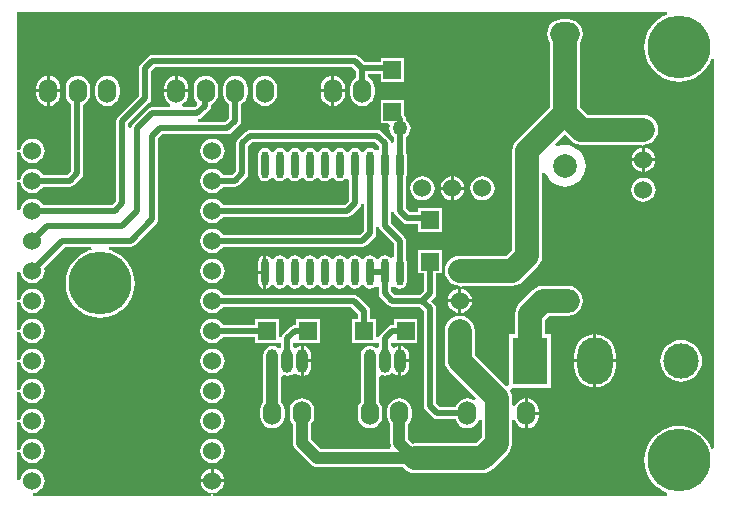
<source format=gbl>
G04 Layer_Physical_Order=2*
G04 Layer_Color=16711680*
%FSLAX25Y25*%
%MOIN*%
G70*
G01*
G75*
%ADD10C,0.03937*%
%ADD11C,0.01969*%
%ADD12C,0.11811*%
%ADD13O,0.11811X0.15748*%
%ADD14R,0.11811X0.15748*%
%ADD15C,0.06000*%
%ADD16C,0.07874*%
%ADD17O,0.09843X0.07874*%
%ADD18C,0.20945*%
%ADD19O,0.06000X0.08000*%
%ADD20O,0.03937X0.07874*%
%ADD21O,0.03937X0.07874*%
%ADD22C,0.05000*%
%ADD23R,0.05906X0.05906*%
%ADD24O,0.02362X0.09055*%
%ADD25R,0.05906X0.05906*%
%ADD26C,0.07874*%
G36*
X216594Y160417D02*
X215248Y159860D01*
X213708Y158916D01*
X212335Y157744D01*
X211162Y156370D01*
X210219Y154831D01*
X209528Y153162D01*
X209106Y151407D01*
X208964Y149606D01*
X209106Y147806D01*
X209528Y146050D01*
X210219Y144382D01*
X211162Y142842D01*
X212335Y141469D01*
X213708Y140296D01*
X215248Y139353D01*
X216916Y138662D01*
X218672Y138240D01*
X220472Y138098D01*
X222273Y138240D01*
X224029Y138662D01*
X225697Y139353D01*
X227237Y140296D01*
X228610Y141469D01*
X229783Y142842D01*
X230726Y144382D01*
X231283Y145728D01*
X232283Y145529D01*
Y15889D01*
X231283Y15690D01*
X230726Y17036D01*
X229783Y18575D01*
X228610Y19948D01*
X227237Y21121D01*
X225697Y22065D01*
X224029Y22756D01*
X222273Y23177D01*
X220472Y23319D01*
X218672Y23177D01*
X216916Y22756D01*
X215248Y22065D01*
X213708Y21121D01*
X212335Y19948D01*
X211162Y18575D01*
X210219Y17036D01*
X209528Y15367D01*
X209106Y13611D01*
X208964Y11811D01*
X209106Y10011D01*
X209528Y8255D01*
X210219Y6587D01*
X211162Y5047D01*
X212335Y3674D01*
X213708Y2501D01*
X215248Y1557D01*
X216594Y1000D01*
X216395Y0D01*
X65328D01*
X65262Y1000D01*
X66044Y1103D01*
X67017Y1506D01*
X67853Y2147D01*
X68494Y2983D01*
X68897Y3956D01*
X68969Y4500D01*
X65000D01*
X61031D01*
X61103Y3956D01*
X61506Y2983D01*
X62147Y2147D01*
X62983Y1506D01*
X63956Y1103D01*
X64738Y1000D01*
X64672Y0D01*
X5328D01*
X5262Y1000D01*
X6044Y1103D01*
X7017Y1506D01*
X7853Y2147D01*
X8494Y2983D01*
X8897Y3956D01*
X9035Y5000D01*
X8897Y6044D01*
X8494Y7017D01*
X7853Y7853D01*
X7017Y8494D01*
X6044Y8897D01*
X5000Y9035D01*
X3956Y8897D01*
X2983Y8494D01*
X2147Y7853D01*
X1506Y7017D01*
X1103Y6044D01*
X1000Y5262D01*
X0Y5328D01*
Y14672D01*
X1000Y14738D01*
X1103Y13956D01*
X1506Y12983D01*
X2147Y12147D01*
X2983Y11506D01*
X3956Y11103D01*
X5000Y10966D01*
X6044Y11103D01*
X7017Y11506D01*
X7853Y12147D01*
X8494Y12983D01*
X8897Y13956D01*
X9035Y15000D01*
X8897Y16044D01*
X8494Y17017D01*
X7853Y17853D01*
X7017Y18494D01*
X6044Y18897D01*
X5000Y19035D01*
X3956Y18897D01*
X2983Y18494D01*
X2147Y17853D01*
X1506Y17017D01*
X1103Y16044D01*
X1000Y15262D01*
X0Y15328D01*
Y24672D01*
X1000Y24738D01*
X1103Y23956D01*
X1506Y22983D01*
X2147Y22147D01*
X2983Y21506D01*
X3956Y21103D01*
X5000Y20966D01*
X6044Y21103D01*
X7017Y21506D01*
X7853Y22147D01*
X8494Y22983D01*
X8897Y23956D01*
X9035Y25000D01*
X8897Y26044D01*
X8494Y27017D01*
X7853Y27853D01*
X7017Y28494D01*
X6044Y28897D01*
X5000Y29035D01*
X3956Y28897D01*
X2983Y28494D01*
X2147Y27853D01*
X1506Y27017D01*
X1103Y26044D01*
X1000Y25262D01*
X0Y25328D01*
Y34672D01*
X1000Y34738D01*
X1103Y33956D01*
X1506Y32983D01*
X2147Y32147D01*
X2983Y31506D01*
X3956Y31103D01*
X5000Y30966D01*
X6044Y31103D01*
X7017Y31506D01*
X7853Y32147D01*
X8494Y32983D01*
X8897Y33956D01*
X9035Y35000D01*
X8897Y36044D01*
X8494Y37017D01*
X7853Y37853D01*
X7017Y38494D01*
X6044Y38897D01*
X5000Y39035D01*
X3956Y38897D01*
X2983Y38494D01*
X2147Y37853D01*
X1506Y37017D01*
X1103Y36044D01*
X1000Y35262D01*
X0Y35328D01*
Y44672D01*
X1000Y44738D01*
X1103Y43956D01*
X1506Y42983D01*
X2147Y42147D01*
X2983Y41506D01*
X3956Y41103D01*
X5000Y40966D01*
X6044Y41103D01*
X7017Y41506D01*
X7853Y42147D01*
X8494Y42983D01*
X8897Y43956D01*
X9035Y45000D01*
X8897Y46044D01*
X8494Y47017D01*
X7853Y47853D01*
X7017Y48494D01*
X6044Y48897D01*
X5000Y49035D01*
X3956Y48897D01*
X2983Y48494D01*
X2147Y47853D01*
X1506Y47017D01*
X1103Y46044D01*
X1000Y45262D01*
X0Y45328D01*
Y54672D01*
X1000Y54738D01*
X1103Y53956D01*
X1506Y52983D01*
X2147Y52147D01*
X2983Y51506D01*
X3956Y51103D01*
X5000Y50965D01*
X6044Y51103D01*
X7017Y51506D01*
X7853Y52147D01*
X8494Y52983D01*
X8897Y53956D01*
X9035Y55000D01*
X8897Y56044D01*
X8494Y57017D01*
X7853Y57853D01*
X7017Y58494D01*
X6044Y58897D01*
X5000Y59035D01*
X3956Y58897D01*
X2983Y58494D01*
X2147Y57853D01*
X1506Y57017D01*
X1103Y56044D01*
X1000Y55262D01*
X0Y55328D01*
Y64672D01*
X1000Y64738D01*
X1103Y63956D01*
X1506Y62983D01*
X2147Y62147D01*
X2983Y61506D01*
X3956Y61103D01*
X5000Y60966D01*
X6044Y61103D01*
X7017Y61506D01*
X7853Y62147D01*
X8494Y62983D01*
X8897Y63956D01*
X9035Y65000D01*
X8897Y66044D01*
X8494Y67017D01*
X7853Y67853D01*
X7017Y68494D01*
X6044Y68897D01*
X5000Y69034D01*
X3956Y68897D01*
X2983Y68494D01*
X2147Y67853D01*
X1506Y67017D01*
X1103Y66044D01*
X1000Y65262D01*
X0Y65328D01*
Y74672D01*
X1000Y74738D01*
X1103Y73956D01*
X1506Y72983D01*
X2147Y72147D01*
X2983Y71506D01*
X3956Y71103D01*
X5000Y70965D01*
X6044Y71103D01*
X7017Y71506D01*
X7853Y72147D01*
X8494Y72983D01*
X8897Y73956D01*
X9035Y75000D01*
X8898Y76037D01*
X15838Y82977D01*
X24576D01*
X24695Y81977D01*
X24003Y81811D01*
X22335Y81120D01*
X20795Y80176D01*
X19422Y79004D01*
X18249Y77630D01*
X17305Y76091D01*
X16614Y74422D01*
X16193Y72666D01*
X16051Y70866D01*
X16193Y69066D01*
X16614Y67310D01*
X17305Y65642D01*
X18249Y64102D01*
X19422Y62729D01*
X20795Y61556D01*
X22335Y60612D01*
X24003Y59921D01*
X25759Y59500D01*
X27559Y59358D01*
X29359Y59500D01*
X31115Y59921D01*
X32784Y60612D01*
X34323Y61556D01*
X35696Y62729D01*
X36869Y64102D01*
X37813Y65642D01*
X38504Y67310D01*
X38925Y69066D01*
X39067Y70866D01*
X38925Y72666D01*
X38504Y74422D01*
X37813Y76091D01*
X36869Y77630D01*
X35696Y79004D01*
X34323Y80176D01*
X32784Y81120D01*
X31115Y81811D01*
X30424Y81977D01*
X30542Y82977D01*
X37756D01*
X38530Y83131D01*
X39186Y83569D01*
X46431Y90813D01*
X46869Y91470D01*
X47023Y92244D01*
Y119162D01*
X48338Y120477D01*
X70000D01*
X70774Y120631D01*
X71431Y121069D01*
X73931Y123569D01*
X74369Y124226D01*
X74523Y125000D01*
Y130443D01*
X74675Y130506D01*
X75510Y131147D01*
X76152Y131983D01*
X76555Y132956D01*
X76692Y134000D01*
Y136000D01*
X76555Y137044D01*
X76152Y138017D01*
X75510Y138853D01*
X74675Y139494D01*
X73702Y139897D01*
X72658Y140034D01*
X71613Y139897D01*
X70640Y139494D01*
X69805Y138853D01*
X69164Y138017D01*
X68760Y137044D01*
X68623Y136000D01*
Y134000D01*
X68760Y132956D01*
X69164Y131983D01*
X69805Y131147D01*
X70477Y130631D01*
Y125838D01*
X69162Y124523D01*
X60331D01*
X60233Y125523D01*
X60774Y125631D01*
X61431Y126069D01*
X63931Y128569D01*
X64369Y129226D01*
X64523Y130000D01*
Y130378D01*
X64832Y130506D01*
X65668Y131147D01*
X66309Y131983D01*
X66712Y132956D01*
X66849Y134000D01*
Y136000D01*
X66712Y137044D01*
X66309Y138017D01*
X65668Y138853D01*
X64832Y139494D01*
X63859Y139897D01*
X62815Y140034D01*
X61771Y139897D01*
X60798Y139494D01*
X59962Y138853D01*
X59321Y138017D01*
X58918Y137044D01*
X58780Y136000D01*
Y134000D01*
X58918Y132956D01*
X59321Y131983D01*
X59962Y131147D01*
X60013Y130374D01*
X59162Y129523D01*
X55230D01*
X55003Y130451D01*
X55012Y130523D01*
X55825Y131147D01*
X56466Y131983D01*
X56870Y132956D01*
X57007Y134000D01*
Y134500D01*
X52972D01*
X48938D01*
Y134000D01*
X49075Y132956D01*
X49478Y131983D01*
X50120Y131147D01*
X50933Y130523D01*
X50942Y130451D01*
X50715Y129523D01*
X45000D01*
X44226Y129369D01*
X43569Y128931D01*
X38569Y123931D01*
X38131Y123274D01*
X38023Y122732D01*
X37023Y122831D01*
Y124162D01*
X43931Y131069D01*
X44369Y131726D01*
X44523Y132500D01*
Y141662D01*
X45838Y142977D01*
X111662D01*
X112977Y141662D01*
Y139489D01*
X112147Y138853D01*
X111506Y138017D01*
X111103Y137044D01*
X110966Y136000D01*
Y134000D01*
X111103Y132956D01*
X111506Y131983D01*
X112147Y131147D01*
X112983Y130506D01*
X113956Y130103D01*
X115000Y129965D01*
X116044Y130103D01*
X117017Y130506D01*
X117853Y131147D01*
X118494Y131983D01*
X118897Y132956D01*
X119035Y134000D01*
Y136000D01*
X118897Y137044D01*
X118494Y138017D01*
X117853Y138853D01*
X117023Y139489D01*
Y140477D01*
X121047D01*
Y137937D01*
X128953D01*
Y145843D01*
X121047D01*
Y144523D01*
X115838D01*
X113931Y146431D01*
X113274Y146869D01*
X112500Y147023D01*
X45000D01*
X44226Y146869D01*
X43569Y146431D01*
X41069Y143931D01*
X40631Y143274D01*
X40477Y142500D01*
Y133338D01*
X33569Y126431D01*
X33131Y125774D01*
X32977Y125000D01*
Y98338D01*
X31662Y97023D01*
X8489D01*
X7853Y97853D01*
X7017Y98494D01*
X6044Y98897D01*
X5000Y99035D01*
X3956Y98897D01*
X2983Y98494D01*
X2147Y97853D01*
X1506Y97017D01*
X1103Y96044D01*
X1000Y95262D01*
X0Y95328D01*
Y104672D01*
X1000Y104738D01*
X1103Y103956D01*
X1506Y102983D01*
X2147Y102147D01*
X2983Y101506D01*
X3956Y101103D01*
X5000Y100965D01*
X6044Y101103D01*
X7017Y101506D01*
X7853Y102147D01*
X8489Y102977D01*
X17500D01*
X18274Y103131D01*
X18931Y103569D01*
X21431Y106069D01*
X21869Y106726D01*
X22023Y107500D01*
Y130443D01*
X22175Y130506D01*
X23010Y131147D01*
X23652Y131983D01*
X24055Y132956D01*
X24192Y134000D01*
Y136000D01*
X24055Y137044D01*
X23652Y138017D01*
X23010Y138853D01*
X22175Y139494D01*
X21202Y139897D01*
X20157Y140034D01*
X19113Y139897D01*
X18140Y139494D01*
X17305Y138853D01*
X16664Y138017D01*
X16260Y137044D01*
X16123Y136000D01*
Y134000D01*
X16260Y132956D01*
X16664Y131983D01*
X17305Y131147D01*
X17977Y130631D01*
Y108338D01*
X16662Y107023D01*
X8489D01*
X7853Y107853D01*
X7017Y108494D01*
X6044Y108897D01*
X5000Y109035D01*
X3956Y108897D01*
X2983Y108494D01*
X2147Y107853D01*
X1506Y107017D01*
X1103Y106044D01*
X1000Y105262D01*
X0Y105328D01*
Y114672D01*
X1000Y114738D01*
X1103Y113956D01*
X1506Y112983D01*
X2147Y112147D01*
X2983Y111506D01*
X3956Y111103D01*
X5000Y110966D01*
X6044Y111103D01*
X7017Y111506D01*
X7853Y112147D01*
X8494Y112983D01*
X8897Y113956D01*
X9035Y115000D01*
X8897Y116044D01*
X8494Y117017D01*
X7853Y117853D01*
X7017Y118494D01*
X6044Y118897D01*
X5000Y119035D01*
X3956Y118897D01*
X2983Y118494D01*
X2147Y117853D01*
X1506Y117017D01*
X1103Y116044D01*
X1000Y115262D01*
X0Y115328D01*
Y161417D01*
X216395D01*
X216594Y160417D01*
D02*
G37*
%LPC*%
G36*
X105657Y139969D02*
Y135500D01*
X109192D01*
Y136000D01*
X109055Y137044D01*
X108651Y138017D01*
X108010Y138853D01*
X107175Y139494D01*
X106202Y139897D01*
X105657Y139969D01*
D02*
G37*
G36*
X53472D02*
Y135500D01*
X57007D01*
Y136000D01*
X56870Y137044D01*
X56466Y138017D01*
X55825Y138853D01*
X54990Y139494D01*
X54017Y139897D01*
X53472Y139969D01*
D02*
G37*
G36*
X10815D02*
Y135500D01*
X14349D01*
Y136000D01*
X14212Y137044D01*
X13809Y138017D01*
X13168Y138853D01*
X12332Y139494D01*
X11359Y139897D01*
X10815Y139969D01*
D02*
G37*
G36*
X104657D02*
X104113Y139897D01*
X103140Y139494D01*
X102305Y138853D01*
X101663Y138017D01*
X101260Y137044D01*
X101123Y136000D01*
Y135500D01*
X104657D01*
Y139969D01*
D02*
G37*
G36*
X52472D02*
X51928Y139897D01*
X50955Y139494D01*
X50120Y138853D01*
X49478Y138017D01*
X49075Y137044D01*
X48938Y136000D01*
Y135500D01*
X52472D01*
Y139969D01*
D02*
G37*
G36*
X9815D02*
X9271Y139897D01*
X8298Y139494D01*
X7462Y138853D01*
X6821Y138017D01*
X6418Y137044D01*
X6280Y136000D01*
Y135500D01*
X9815D01*
Y139969D01*
D02*
G37*
G36*
X109192Y134500D02*
X105657D01*
Y130031D01*
X106202Y130103D01*
X107175Y130506D01*
X108010Y131147D01*
X108651Y131983D01*
X109055Y132956D01*
X109192Y134000D01*
Y134500D01*
D02*
G37*
G36*
X14349D02*
X10815D01*
Y130031D01*
X11359Y130103D01*
X12332Y130506D01*
X13168Y131147D01*
X13809Y131983D01*
X14212Y132956D01*
X14349Y134000D01*
Y134500D01*
D02*
G37*
G36*
X104657D02*
X101123D01*
Y134000D01*
X101260Y132956D01*
X101663Y131983D01*
X102305Y131147D01*
X103140Y130506D01*
X104113Y130103D01*
X104657Y130031D01*
Y134500D01*
D02*
G37*
G36*
X9815D02*
X6280D01*
Y134000D01*
X6418Y132956D01*
X6821Y131983D01*
X7462Y131147D01*
X8298Y130506D01*
X9271Y130103D01*
X9815Y130031D01*
Y134500D01*
D02*
G37*
G36*
X82500Y140034D02*
X81456Y139897D01*
X80483Y139494D01*
X79647Y138853D01*
X79006Y138017D01*
X78603Y137044D01*
X78465Y136000D01*
Y134000D01*
X78603Y132956D01*
X79006Y131983D01*
X79647Y131147D01*
X80483Y130506D01*
X81456Y130103D01*
X82500Y129965D01*
X83544Y130103D01*
X84517Y130506D01*
X85353Y131147D01*
X85994Y131983D01*
X86397Y132956D01*
X86535Y134000D01*
Y136000D01*
X86397Y137044D01*
X85994Y138017D01*
X85353Y138853D01*
X84517Y139494D01*
X83544Y139897D01*
X82500Y140034D01*
D02*
G37*
G36*
X30000D02*
X28956Y139897D01*
X27983Y139494D01*
X27147Y138853D01*
X26506Y138017D01*
X26103Y137044D01*
X25965Y136000D01*
Y134000D01*
X26103Y132956D01*
X26506Y131983D01*
X27147Y131147D01*
X27983Y130506D01*
X28956Y130103D01*
X30000Y129965D01*
X31044Y130103D01*
X32017Y130506D01*
X32853Y131147D01*
X33494Y131983D01*
X33897Y132956D01*
X34034Y134000D01*
Y136000D01*
X33897Y137044D01*
X33494Y138017D01*
X32853Y138853D01*
X32017Y139494D01*
X31044Y139897D01*
X30000Y140034D01*
D02*
G37*
G36*
X128953Y132063D02*
X121047D01*
Y124158D01*
X123453D01*
X124056Y123158D01*
X123970Y122500D01*
X124090Y121586D01*
X124443Y120735D01*
X125004Y120004D01*
X125477Y119641D01*
Y117831D01*
X124477Y117733D01*
X124369Y118274D01*
X123931Y118931D01*
X121431Y121431D01*
X120774Y121869D01*
X120000Y122023D01*
X77500D01*
X76726Y121869D01*
X76069Y121431D01*
X73569Y118931D01*
X73131Y118274D01*
X72977Y117500D01*
Y108338D01*
X71662Y107023D01*
X68489D01*
X67853Y107853D01*
X67017Y108494D01*
X66044Y108897D01*
X65000Y109035D01*
X63956Y108897D01*
X62983Y108494D01*
X62147Y107853D01*
X61506Y107017D01*
X61103Y106044D01*
X60966Y105000D01*
X61103Y103956D01*
X61506Y102983D01*
X62147Y102147D01*
X62983Y101506D01*
X63956Y101103D01*
X65000Y100965D01*
X66044Y101103D01*
X67017Y101506D01*
X67853Y102147D01*
X68489Y102977D01*
X72500D01*
X73274Y103131D01*
X73931Y103569D01*
X76431Y106069D01*
X76869Y106726D01*
X77023Y107500D01*
Y116662D01*
X78338Y117977D01*
X119162D01*
X120477Y116662D01*
Y115480D01*
X120290Y115299D01*
X119124Y115256D01*
X119072Y115332D01*
X118351Y115814D01*
X117500Y115984D01*
X116649Y115814D01*
X115928Y115332D01*
X115545Y114759D01*
X115000Y114678D01*
X114455Y114759D01*
X114073Y115332D01*
X113351Y115814D01*
X112500Y115984D01*
X111649Y115814D01*
X110927Y115332D01*
X110545Y114759D01*
X110000Y114678D01*
X109455Y114759D01*
X109072Y115332D01*
X108351Y115814D01*
X107500Y115984D01*
X106649Y115814D01*
X105928Y115332D01*
X105545Y114759D01*
X105000Y114678D01*
X104455Y114759D01*
X104072Y115332D01*
X103351Y115814D01*
X102500Y115984D01*
X101649Y115814D01*
X100927Y115332D01*
X100545Y114759D01*
X100000Y114678D01*
X99455Y114759D01*
X99072Y115332D01*
X98351Y115814D01*
X97500Y115984D01*
X96649Y115814D01*
X95928Y115332D01*
X95545Y114759D01*
X95000Y114678D01*
X94455Y114759D01*
X94073Y115332D01*
X93351Y115814D01*
X92500Y115984D01*
X91649Y115814D01*
X90927Y115332D01*
X90545Y114759D01*
X90000Y114678D01*
X89455Y114759D01*
X89073Y115332D01*
X88351Y115814D01*
X87500Y115984D01*
X86649Y115814D01*
X85927Y115332D01*
X85545Y114759D01*
X85000Y114678D01*
X84455Y114759D01*
X84073Y115332D01*
X83351Y115814D01*
X82500Y115984D01*
X81649Y115814D01*
X80927Y115332D01*
X80445Y114611D01*
X80276Y113760D01*
Y107067D01*
X80445Y106216D01*
X80927Y105494D01*
X81649Y105012D01*
X82500Y104843D01*
X83351Y105012D01*
X84073Y105494D01*
X84455Y106068D01*
X85000Y106149D01*
X85545Y106068D01*
X85927Y105494D01*
X86649Y105012D01*
X87500Y104843D01*
X88351Y105012D01*
X89073Y105494D01*
X89455Y106068D01*
X90000Y106149D01*
X90545Y106068D01*
X90927Y105494D01*
X91649Y105012D01*
X92500Y104843D01*
X93351Y105012D01*
X94073Y105494D01*
X94455Y106068D01*
X95000Y106149D01*
X95545Y106068D01*
X95928Y105494D01*
X96649Y105012D01*
X97500Y104843D01*
X98351Y105012D01*
X99072Y105494D01*
X99455Y106068D01*
X100000Y106149D01*
X100545Y106068D01*
X100927Y105494D01*
X101649Y105012D01*
X102500Y104843D01*
X103351Y105012D01*
X104072Y105494D01*
X104455Y106068D01*
X105000Y106149D01*
X105545Y106068D01*
X105928Y105494D01*
X106649Y105012D01*
X107500Y104843D01*
X108351Y105012D01*
X109072Y105494D01*
X109124Y105571D01*
X110290Y105528D01*
X110477Y105347D01*
Y98338D01*
X109162Y97023D01*
X68489D01*
X67853Y97853D01*
X67017Y98494D01*
X66044Y98897D01*
X65000Y99035D01*
X63956Y98897D01*
X62983Y98494D01*
X62147Y97853D01*
X61506Y97017D01*
X61103Y96044D01*
X60966Y95000D01*
X61103Y93956D01*
X61506Y92983D01*
X62147Y92147D01*
X62983Y91506D01*
X63956Y91103D01*
X65000Y90965D01*
X66044Y91103D01*
X67017Y91506D01*
X67853Y92147D01*
X68489Y92977D01*
X110000D01*
X110774Y93131D01*
X111431Y93569D01*
X113931Y96069D01*
X114369Y96726D01*
X114477Y97268D01*
X115477Y97169D01*
Y88338D01*
X114162Y87023D01*
X68489D01*
X67853Y87853D01*
X67017Y88494D01*
X66044Y88897D01*
X65000Y89034D01*
X63956Y88897D01*
X62983Y88494D01*
X62147Y87853D01*
X61506Y87017D01*
X61103Y86044D01*
X60966Y85000D01*
X61103Y83956D01*
X61506Y82983D01*
X62147Y82147D01*
X62983Y81506D01*
X63956Y81103D01*
X65000Y80966D01*
X66044Y81103D01*
X67017Y81506D01*
X67853Y82147D01*
X68489Y82977D01*
X115000D01*
X115774Y83131D01*
X116431Y83569D01*
X118931Y86069D01*
X119369Y86726D01*
X119523Y87500D01*
Y89669D01*
X120523Y89767D01*
X120631Y89226D01*
X121069Y88569D01*
X125477Y84162D01*
Y79653D01*
X125290Y79472D01*
X124124Y79429D01*
X124073Y79506D01*
X123351Y79988D01*
X122500Y80157D01*
X121649Y79988D01*
X120928Y79506D01*
X120545Y78932D01*
X120000Y78851D01*
X119455Y78932D01*
X119072Y79506D01*
X118351Y79988D01*
X117500Y80157D01*
X116649Y79988D01*
X115928Y79506D01*
X115545Y78932D01*
X115000Y78851D01*
X114455Y78932D01*
X114073Y79506D01*
X113351Y79988D01*
X112500Y80157D01*
X111649Y79988D01*
X110927Y79506D01*
X110545Y78932D01*
X110000Y78851D01*
X109455Y78932D01*
X109072Y79506D01*
X108351Y79988D01*
X107500Y80157D01*
X106649Y79988D01*
X105928Y79506D01*
X105545Y78932D01*
X105000Y78851D01*
X104455Y78932D01*
X104072Y79506D01*
X103351Y79988D01*
X102500Y80157D01*
X101649Y79988D01*
X100927Y79506D01*
X100545Y78932D01*
X100000Y78851D01*
X99455Y78932D01*
X99072Y79506D01*
X98351Y79988D01*
X97500Y80157D01*
X96649Y79988D01*
X95928Y79506D01*
X95545Y78932D01*
X95000Y78851D01*
X94455Y78932D01*
X94073Y79506D01*
X93351Y79988D01*
X92500Y80157D01*
X91649Y79988D01*
X90927Y79506D01*
X90545Y78932D01*
X90000Y78851D01*
X89455Y78932D01*
X89073Y79506D01*
X88351Y79988D01*
X87500Y80157D01*
X86649Y79988D01*
X85927Y79506D01*
X85545Y78932D01*
X85000Y78851D01*
X84455Y78932D01*
X84073Y79506D01*
X83351Y79988D01*
X83000Y80057D01*
Y74587D01*
Y69116D01*
X83351Y69186D01*
X84073Y69668D01*
X84455Y70241D01*
X85000Y70322D01*
X85545Y70241D01*
X85927Y69668D01*
X86649Y69186D01*
X87500Y69016D01*
X88351Y69186D01*
X89073Y69668D01*
X89455Y70241D01*
X90000Y70322D01*
X90545Y70241D01*
X90927Y69668D01*
X91649Y69186D01*
X92500Y69016D01*
X93351Y69186D01*
X94073Y69668D01*
X94455Y70241D01*
X95000Y70322D01*
X95545Y70241D01*
X95928Y69668D01*
X96649Y69186D01*
X97500Y69016D01*
X98351Y69186D01*
X99072Y69668D01*
X99455Y70241D01*
X100000Y70322D01*
X100545Y70241D01*
X100927Y69668D01*
X101649Y69186D01*
X102500Y69016D01*
X103351Y69186D01*
X104072Y69668D01*
X104455Y70241D01*
X105000Y70322D01*
X105545Y70241D01*
X105928Y69668D01*
X106649Y69186D01*
X107500Y69016D01*
X108351Y69186D01*
X109072Y69668D01*
X109455Y70241D01*
X110000Y70322D01*
X110545Y70241D01*
X110927Y69668D01*
X111649Y69186D01*
X112500Y69016D01*
X113351Y69186D01*
X114073Y69668D01*
X114455Y70241D01*
X115000Y70322D01*
X115545Y70241D01*
X115928Y69668D01*
X116649Y69186D01*
X117500Y69016D01*
X118351Y69186D01*
X119072Y69668D01*
X119124Y69744D01*
X120290Y69701D01*
X120477Y69520D01*
Y67500D01*
X120631Y66726D01*
X121069Y66069D01*
X123569Y63569D01*
X124226Y63131D01*
X125000Y62977D01*
X134162D01*
X135477Y61662D01*
Y30000D01*
X135631Y29226D01*
X136069Y28569D01*
X138569Y26069D01*
X139226Y25631D01*
X140000Y25477D01*
X146100D01*
X146103Y25456D01*
X146506Y24483D01*
X147147Y23647D01*
X147983Y23006D01*
X148956Y22603D01*
X150000Y22466D01*
X151044Y22603D01*
X152017Y23006D01*
X152853Y23647D01*
X153494Y24483D01*
X153897Y25456D01*
X154863Y25281D01*
Y19405D01*
X152937Y17480D01*
X132500D01*
X131841Y17393D01*
X130337Y18898D01*
Y23831D01*
X130836Y24483D01*
X131240Y25456D01*
X131377Y26500D01*
Y28500D01*
X131240Y29544D01*
X130836Y30517D01*
X130195Y31353D01*
X129360Y31994D01*
X128387Y32397D01*
X127342Y32535D01*
X126298Y32397D01*
X125325Y31994D01*
X124490Y31353D01*
X123848Y30517D01*
X123445Y29544D01*
X123308Y28500D01*
Y26500D01*
X123445Y25456D01*
X123848Y24483D01*
X124348Y23831D01*
Y17658D01*
X124450Y16883D01*
X124611Y16494D01*
X124197Y15669D01*
X124000Y15494D01*
X101240D01*
X97837Y18898D01*
Y23831D01*
X98336Y24483D01*
X98740Y25456D01*
X98877Y26500D01*
Y28500D01*
X98740Y29544D01*
X98336Y30517D01*
X97695Y31353D01*
X96860Y31994D01*
X95887Y32397D01*
X94842Y32535D01*
X93798Y32397D01*
X92825Y31994D01*
X91990Y31353D01*
X91348Y30517D01*
X90946Y29544D01*
X90808Y28500D01*
Y26500D01*
X90946Y25456D01*
X91348Y24483D01*
X91848Y23831D01*
Y17658D01*
X91950Y16883D01*
X92250Y16160D01*
X92725Y15540D01*
X97883Y10383D01*
X98503Y9907D01*
X99225Y9608D01*
X100000Y9506D01*
X128575D01*
X128979Y8979D01*
X130010Y8187D01*
X131211Y7690D01*
X132500Y7520D01*
X155000D01*
X155000Y7520D01*
X156289Y7690D01*
X157490Y8187D01*
X158521Y8979D01*
X163364Y13821D01*
X163364Y13821D01*
X164155Y14853D01*
X164652Y16054D01*
X164822Y17343D01*
X164822Y17343D01*
Y25281D01*
X165788Y25456D01*
X166191Y24483D01*
X166832Y23647D01*
X167668Y23006D01*
X168641Y22603D01*
X169185Y22531D01*
Y27500D01*
Y32469D01*
X168641Y32397D01*
X167668Y31994D01*
X166832Y31353D01*
X166191Y30517D01*
X165980Y30007D01*
X164980Y30206D01*
Y32500D01*
X164980Y32500D01*
X164810Y33789D01*
X164313Y34990D01*
X164208Y35126D01*
X164701Y36126D01*
X177752D01*
Y53874D01*
X175826D01*
Y58548D01*
X177299Y60020D01*
X183484D01*
X184773Y60190D01*
X185974Y60688D01*
X187005Y61479D01*
X187797Y62510D01*
X188294Y63711D01*
X188464Y65000D01*
X188294Y66289D01*
X187797Y67490D01*
X187005Y68521D01*
X185974Y69313D01*
X184773Y69810D01*
X183484Y69980D01*
X175236D01*
X175236Y69980D01*
X173947Y69810D01*
X172746Y69313D01*
X171715Y68521D01*
X171715Y68521D01*
X167325Y64131D01*
X166534Y63100D01*
X166036Y61899D01*
X165867Y60610D01*
X165867Y60610D01*
Y53874D01*
X163941D01*
Y37016D01*
X162941Y36601D01*
X152480Y47063D01*
Y55000D01*
X152310Y56289D01*
X151813Y57490D01*
X151021Y58521D01*
X149990Y59312D01*
X148789Y59810D01*
X147500Y59980D01*
X146211Y59810D01*
X145010Y59312D01*
X143979Y58521D01*
X143187Y57490D01*
X142690Y56289D01*
X142520Y55000D01*
Y45000D01*
X142520Y45000D01*
X142690Y43711D01*
X143187Y42510D01*
X143979Y41479D01*
X152817Y32641D01*
X152156Y31888D01*
X152017Y31994D01*
X151044Y32397D01*
X150000Y32535D01*
X148956Y32397D01*
X147983Y31994D01*
X147147Y31353D01*
X146506Y30517D01*
X146103Y29544D01*
X146100Y29523D01*
X140838D01*
X139523Y30838D01*
Y62500D01*
X139369Y63274D01*
X138931Y63931D01*
X137861Y65000D01*
X138931Y66069D01*
X139369Y66726D01*
X139523Y67500D01*
Y74158D01*
X141453D01*
Y82063D01*
X133547D01*
Y74158D01*
X135477D01*
Y68338D01*
X134162Y67023D01*
X125838D01*
X124523Y68338D01*
Y69520D01*
X124710Y69701D01*
X125876Y69744D01*
X125927Y69668D01*
X126649Y69186D01*
X127500Y69016D01*
X128351Y69186D01*
X129072Y69668D01*
X129554Y70389D01*
X129724Y71240D01*
Y77933D01*
X129554Y78784D01*
X129523Y78831D01*
Y85000D01*
X129369Y85774D01*
X128931Y86431D01*
X124523Y90838D01*
Y94669D01*
X125523Y94767D01*
X125631Y94226D01*
X126069Y93569D01*
X128569Y91069D01*
X129226Y90631D01*
X130000Y90477D01*
X133547D01*
Y87937D01*
X141453D01*
Y95842D01*
X133547D01*
Y94523D01*
X130838D01*
X129523Y95838D01*
Y106169D01*
X129554Y106216D01*
X129724Y107067D01*
Y113760D01*
X129554Y114611D01*
X129523Y114658D01*
Y119641D01*
X129996Y120004D01*
X130557Y120735D01*
X130910Y121586D01*
X131030Y122500D01*
X130910Y123414D01*
X130557Y124265D01*
X129996Y124996D01*
X129523Y125359D01*
Y125610D01*
X129369Y126384D01*
X128953Y127008D01*
Y132063D01*
D02*
G37*
G36*
X183484Y158956D02*
X181516D01*
X180227Y158786D01*
X179026Y158289D01*
X177995Y157498D01*
X177203Y156466D01*
X176706Y155265D01*
X176536Y153976D01*
X176706Y152688D01*
X177203Y151487D01*
X177520Y151073D01*
Y129563D01*
X166479Y118521D01*
X165688Y117490D01*
X165190Y116289D01*
X165020Y115000D01*
X165020Y115000D01*
Y82063D01*
X162937Y79980D01*
X147500D01*
X146211Y79810D01*
X145010Y79312D01*
X143979Y78521D01*
X143187Y77490D01*
X142690Y76289D01*
X142520Y75000D01*
X142690Y73711D01*
X143187Y72510D01*
X143979Y71479D01*
X145010Y70688D01*
X146211Y70190D01*
X147500Y70020D01*
X147509Y69950D01*
X147553Y69532D01*
X147640Y69520D01*
X147645Y69599D01*
X148382Y70020D01*
X165000D01*
X165000Y70020D01*
X166289Y70190D01*
X167490Y70688D01*
X168521Y71479D01*
X173521Y76479D01*
X173521Y76479D01*
X174312Y77510D01*
X174810Y78711D01*
X174980Y80000D01*
X174980Y80000D01*
Y107558D01*
X175980Y107706D01*
X176089Y107345D01*
X176731Y106145D01*
X177593Y105093D01*
X178645Y104230D01*
X179845Y103589D01*
X181146Y103194D01*
X182500Y103061D01*
X183854Y103194D01*
X185155Y103589D01*
X186355Y104230D01*
X187407Y105093D01*
X188269Y106145D01*
X188911Y107345D01*
X189306Y108646D01*
X189439Y110000D01*
X189306Y111354D01*
X188911Y112655D01*
X188269Y113855D01*
X187407Y114907D01*
X186355Y115770D01*
X185155Y116411D01*
X183854Y116806D01*
X182500Y116939D01*
X181146Y116806D01*
X179845Y116411D01*
X179291Y117249D01*
X182500Y120458D01*
X184432Y118526D01*
X184432Y118526D01*
X185463Y117735D01*
X186664Y117237D01*
X187953Y117068D01*
X187953Y117068D01*
X207779D01*
X208516Y116646D01*
X208521Y116568D01*
X208609Y116579D01*
X208653Y116997D01*
X208661Y117068D01*
X209950Y117237D01*
X211151Y117735D01*
X212182Y118526D01*
X212974Y119557D01*
X213471Y120758D01*
X213641Y122047D01*
X213471Y123336D01*
X212974Y124537D01*
X212182Y125568D01*
X211151Y126360D01*
X209950Y126857D01*
X208661Y127027D01*
X190015D01*
X187480Y129563D01*
Y151073D01*
X187797Y151487D01*
X188294Y152688D01*
X188464Y153976D01*
X188294Y155265D01*
X187797Y156466D01*
X187005Y157498D01*
X185974Y158289D01*
X184773Y158786D01*
X183484Y158956D01*
D02*
G37*
G36*
X209161Y116016D02*
Y112547D01*
X212630D01*
X212559Y113092D01*
X212155Y114065D01*
X211514Y114900D01*
X210679Y115541D01*
X209706Y115944D01*
X209161Y116016D01*
D02*
G37*
G36*
X208161Y116240D02*
X207829Y115972D01*
X207617Y115944D01*
X206644Y115541D01*
X205809Y114900D01*
X205167Y114065D01*
X204764Y113092D01*
X204693Y112547D01*
X208161D01*
Y116240D01*
D02*
G37*
G36*
X65000Y119035D02*
X63956Y118897D01*
X62983Y118494D01*
X62147Y117853D01*
X61506Y117017D01*
X61103Y116044D01*
X60966Y115000D01*
X61103Y113956D01*
X61506Y112983D01*
X62147Y112147D01*
X62983Y111506D01*
X63956Y111103D01*
X65000Y110966D01*
X66044Y111103D01*
X67017Y111506D01*
X67853Y112147D01*
X68494Y112983D01*
X68897Y113956D01*
X69034Y115000D01*
X68897Y116044D01*
X68494Y117017D01*
X67853Y117853D01*
X67017Y118494D01*
X66044Y118897D01*
X65000Y119035D01*
D02*
G37*
G36*
X212630Y111547D02*
X209161D01*
Y108079D01*
X209706Y108150D01*
X210679Y108553D01*
X211514Y109194D01*
X212155Y110030D01*
X212559Y111003D01*
X212630Y111547D01*
D02*
G37*
G36*
X208161D02*
X204693D01*
X204764Y111003D01*
X205167Y110030D01*
X205809Y109194D01*
X206644Y108553D01*
X207617Y108150D01*
X208161Y108079D01*
Y111547D01*
D02*
G37*
G36*
X145500Y106469D02*
Y103000D01*
X148969D01*
X148897Y103544D01*
X148494Y104517D01*
X147853Y105353D01*
X147017Y105994D01*
X146044Y106397D01*
X145500Y106469D01*
D02*
G37*
G36*
X144500D02*
X143956Y106397D01*
X142983Y105994D01*
X142147Y105353D01*
X141506Y104517D01*
X141103Y103544D01*
X141031Y103000D01*
X144500D01*
Y106469D01*
D02*
G37*
G36*
X148969Y102000D02*
X145500D01*
Y98531D01*
X146044Y98603D01*
X147017Y99006D01*
X147853Y99647D01*
X148494Y100483D01*
X148897Y101456D01*
X148969Y102000D01*
D02*
G37*
G36*
X144500D02*
X141031D01*
X141103Y101456D01*
X141506Y100483D01*
X142147Y99647D01*
X142983Y99006D01*
X143956Y98603D01*
X144500Y98531D01*
Y102000D01*
D02*
G37*
G36*
X155000Y106535D02*
X153956Y106397D01*
X152983Y105994D01*
X152147Y105353D01*
X151506Y104517D01*
X151103Y103544D01*
X150965Y102500D01*
X151103Y101456D01*
X151506Y100483D01*
X152147Y99647D01*
X152983Y99006D01*
X153956Y98603D01*
X155000Y98466D01*
X156044Y98603D01*
X157017Y99006D01*
X157853Y99647D01*
X158494Y100483D01*
X158897Y101456D01*
X159035Y102500D01*
X158897Y103544D01*
X158494Y104517D01*
X157853Y105353D01*
X157017Y105994D01*
X156044Y106397D01*
X155000Y106535D01*
D02*
G37*
G36*
X135000D02*
X133956Y106397D01*
X132983Y105994D01*
X132147Y105353D01*
X131506Y104517D01*
X131103Y103544D01*
X130965Y102500D01*
X131103Y101456D01*
X131506Y100483D01*
X132147Y99647D01*
X132983Y99006D01*
X133956Y98603D01*
X135000Y98466D01*
X136044Y98603D01*
X137017Y99006D01*
X137853Y99647D01*
X138494Y100483D01*
X138897Y101456D01*
X139034Y102500D01*
X138897Y103544D01*
X138494Y104517D01*
X137853Y105353D01*
X137017Y105994D01*
X136044Y106397D01*
X135000Y106535D01*
D02*
G37*
G36*
X208661Y106082D02*
X207617Y105944D01*
X206644Y105541D01*
X205809Y104900D01*
X205167Y104065D01*
X204764Y103092D01*
X204627Y102047D01*
X204764Y101003D01*
X205167Y100030D01*
X205809Y99194D01*
X206644Y98553D01*
X207617Y98150D01*
X208661Y98013D01*
X209706Y98150D01*
X210679Y98553D01*
X211514Y99194D01*
X212155Y100030D01*
X212559Y101003D01*
X212696Y102047D01*
X212559Y103092D01*
X212155Y104065D01*
X211514Y104900D01*
X210679Y105541D01*
X209706Y105944D01*
X208661Y106082D01*
D02*
G37*
G36*
X82000Y80057D02*
X81649Y79988D01*
X80927Y79506D01*
X80445Y78784D01*
X80276Y77933D01*
Y75087D01*
X82000D01*
Y80057D01*
D02*
G37*
G36*
X65000Y79035D02*
X63956Y78897D01*
X62983Y78494D01*
X62147Y77853D01*
X61506Y77017D01*
X61103Y76044D01*
X60966Y75000D01*
X61103Y73956D01*
X61506Y72983D01*
X62147Y72147D01*
X62983Y71506D01*
X63956Y71103D01*
X65000Y70965D01*
X66044Y71103D01*
X67017Y71506D01*
X67853Y72147D01*
X68494Y72983D01*
X68897Y73956D01*
X69034Y75000D01*
X68897Y76044D01*
X68494Y77017D01*
X67853Y77853D01*
X67017Y78494D01*
X66044Y78897D01*
X65000Y79035D01*
D02*
G37*
G36*
X82000Y74087D02*
X80276D01*
Y71240D01*
X80445Y70389D01*
X80927Y69668D01*
X81649Y69186D01*
X82000Y69116D01*
Y74087D01*
D02*
G37*
G36*
X148000Y69192D02*
Y65500D01*
X151469D01*
X151397Y66044D01*
X150994Y67017D01*
X150353Y67853D01*
X149517Y68494D01*
X148544Y68897D01*
X148333Y68925D01*
X148000Y69192D01*
D02*
G37*
G36*
X147000Y68969D02*
X146456Y68897D01*
X145483Y68494D01*
X144647Y67853D01*
X144006Y67017D01*
X143603Y66044D01*
X143531Y65500D01*
X147000D01*
Y68969D01*
D02*
G37*
G36*
X151469Y64500D02*
X148000D01*
Y61031D01*
X148544Y61103D01*
X149517Y61506D01*
X150353Y62147D01*
X150994Y62983D01*
X151397Y63956D01*
X151469Y64500D01*
D02*
G37*
G36*
X147000D02*
X143531D01*
X143603Y63956D01*
X144006Y62983D01*
X144647Y62147D01*
X145483Y61506D01*
X146456Y61103D01*
X147000Y61031D01*
Y64500D01*
D02*
G37*
G36*
X65000Y69034D02*
X63956Y68897D01*
X62983Y68494D01*
X62147Y67853D01*
X61506Y67017D01*
X61103Y66044D01*
X60966Y65000D01*
X61103Y63956D01*
X61506Y62983D01*
X62147Y62147D01*
X62983Y61506D01*
X63956Y61103D01*
X65000Y60966D01*
X66044Y61103D01*
X67017Y61506D01*
X67853Y62147D01*
X68489Y62977D01*
X111327D01*
X113587Y60717D01*
Y58953D01*
X111658D01*
Y51047D01*
X119477D01*
X119563Y51047D01*
X120477Y50839D01*
Y49608D01*
X120018Y49329D01*
X119477Y49193D01*
X118997Y49562D01*
X118275Y49861D01*
X117500Y49963D01*
X116725Y49861D01*
X116003Y49562D01*
X115383Y49086D01*
X114907Y48466D01*
X114608Y47743D01*
X114506Y46968D01*
Y43031D01*
Y31169D01*
X114006Y30517D01*
X113603Y29544D01*
X113465Y28500D01*
Y26500D01*
X113603Y25456D01*
X114006Y24483D01*
X114647Y23647D01*
X115483Y23006D01*
X116456Y22603D01*
X117500Y22466D01*
X118544Y22603D01*
X119517Y23006D01*
X120353Y23647D01*
X120994Y24483D01*
X121397Y25456D01*
X121535Y26500D01*
Y28500D01*
X121397Y29544D01*
X120994Y30517D01*
X120494Y31169D01*
Y39641D01*
X121494Y40235D01*
X121725Y40139D01*
X122500Y40037D01*
X123275Y40139D01*
X123997Y40439D01*
X124617Y40914D01*
X125694Y40675D01*
X126003Y40439D01*
X126725Y40139D01*
X127000Y40103D01*
Y45000D01*
Y49897D01*
X126725Y49861D01*
X126003Y49562D01*
X125694Y49325D01*
X125377Y49254D01*
X124523Y49809D01*
Y50839D01*
X125437Y51047D01*
Y51047D01*
X133343D01*
Y58953D01*
X125437D01*
Y57023D01*
X125000D01*
X124226Y56869D01*
X123569Y56431D01*
X121069Y53931D01*
X120631Y53274D01*
X120563Y52933D01*
X119563Y53031D01*
Y58953D01*
X117633D01*
Y61555D01*
X117479Y62329D01*
X117041Y62986D01*
X113596Y66431D01*
X112940Y66869D01*
X112165Y67023D01*
X68489D01*
X67853Y67853D01*
X67017Y68494D01*
X66044Y68897D01*
X65000Y69034D01*
D02*
G37*
G36*
Y59035D02*
X63956Y58897D01*
X62983Y58494D01*
X62147Y57853D01*
X61506Y57017D01*
X61103Y56044D01*
X60966Y55000D01*
X61103Y53956D01*
X61506Y52983D01*
X62147Y52147D01*
X62983Y51506D01*
X63956Y51103D01*
X65000Y50965D01*
X66044Y51103D01*
X67017Y51506D01*
X67853Y52147D01*
X68489Y52977D01*
X79158D01*
Y51047D01*
X86977D01*
X87063Y51047D01*
X87977Y50839D01*
Y49608D01*
X87518Y49329D01*
X86977Y49193D01*
X86497Y49562D01*
X85775Y49861D01*
X85000Y49963D01*
X84225Y49861D01*
X83503Y49562D01*
X82883Y49086D01*
X82407Y48466D01*
X82108Y47743D01*
X82006Y46968D01*
Y43031D01*
Y31169D01*
X81506Y30517D01*
X81103Y29544D01*
X80966Y28500D01*
Y26500D01*
X81103Y25456D01*
X81506Y24483D01*
X82147Y23647D01*
X82983Y23006D01*
X83956Y22603D01*
X85000Y22466D01*
X86044Y22603D01*
X87017Y23006D01*
X87853Y23647D01*
X88494Y24483D01*
X88897Y25456D01*
X89034Y26500D01*
Y28500D01*
X88897Y29544D01*
X88494Y30517D01*
X87994Y31169D01*
Y39641D01*
X88994Y40235D01*
X89225Y40139D01*
X90000Y40037D01*
X90775Y40139D01*
X91497Y40439D01*
X91806Y40675D01*
X92883Y40914D01*
X93503Y40439D01*
X94225Y40139D01*
X94500Y40103D01*
Y45000D01*
Y49897D01*
X94225Y49861D01*
X93503Y49562D01*
X93023Y49193D01*
X92482Y49329D01*
X92023Y49608D01*
Y50839D01*
X92937Y51047D01*
Y51047D01*
X100842D01*
Y58953D01*
X92937D01*
Y57023D01*
X92500D01*
X91726Y56869D01*
X91069Y56431D01*
X88569Y53931D01*
X88131Y53274D01*
X88063Y52933D01*
X87063Y53031D01*
Y58953D01*
X79158D01*
Y57023D01*
X68489D01*
X67853Y57853D01*
X67017Y58494D01*
X66044Y58897D01*
X65000Y59035D01*
D02*
G37*
G36*
X128000Y49897D02*
Y45500D01*
X130494D01*
Y46968D01*
X130392Y47743D01*
X130093Y48466D01*
X129617Y49086D01*
X128997Y49562D01*
X128275Y49861D01*
X128000Y49897D01*
D02*
G37*
G36*
X95500D02*
Y45500D01*
X97994D01*
Y46968D01*
X97892Y47743D01*
X97593Y48466D01*
X97117Y49086D01*
X96497Y49562D01*
X95775Y49861D01*
X95500Y49897D01*
D02*
G37*
G36*
X193000Y53858D02*
Y45500D01*
X199439D01*
Y46968D01*
X199306Y48322D01*
X198911Y49624D01*
X198269Y50824D01*
X197407Y51875D01*
X196355Y52738D01*
X195155Y53379D01*
X193854Y53774D01*
X193000Y53858D01*
D02*
G37*
G36*
X192000D02*
X191146Y53774D01*
X189845Y53379D01*
X188645Y52738D01*
X187593Y51875D01*
X186731Y50824D01*
X186089Y49624D01*
X185694Y48322D01*
X185561Y46968D01*
Y45500D01*
X192000D01*
Y53858D01*
D02*
G37*
G36*
X65000Y49035D02*
X63956Y48897D01*
X62983Y48494D01*
X62147Y47853D01*
X61506Y47017D01*
X61103Y46044D01*
X60966Y45000D01*
X61103Y43956D01*
X61506Y42983D01*
X62147Y42147D01*
X62983Y41506D01*
X63956Y41103D01*
X65000Y40966D01*
X66044Y41103D01*
X67017Y41506D01*
X67853Y42147D01*
X68494Y42983D01*
X68897Y43956D01*
X69034Y45000D01*
X68897Y46044D01*
X68494Y47017D01*
X67853Y47853D01*
X67017Y48494D01*
X66044Y48897D01*
X65000Y49035D01*
D02*
G37*
G36*
X130494Y44500D02*
X128000D01*
Y40103D01*
X128275Y40139D01*
X128997Y40439D01*
X129617Y40914D01*
X130093Y41534D01*
X130392Y42257D01*
X130494Y43031D01*
Y44500D01*
D02*
G37*
G36*
X97994D02*
X95500D01*
Y40103D01*
X95775Y40139D01*
X96497Y40439D01*
X97117Y40914D01*
X97593Y41534D01*
X97892Y42257D01*
X97994Y43031D01*
Y44500D01*
D02*
G37*
G36*
X221240Y51939D02*
X219886Y51806D01*
X218585Y51411D01*
X217385Y50770D01*
X216334Y49907D01*
X215471Y48855D01*
X214829Y47655D01*
X214435Y46354D01*
X214301Y45000D01*
X214435Y43646D01*
X214829Y42345D01*
X215471Y41145D01*
X216334Y40093D01*
X217385Y39230D01*
X218585Y38589D01*
X219886Y38194D01*
X221240Y38061D01*
X222594Y38194D01*
X223896Y38589D01*
X225095Y39230D01*
X226147Y40093D01*
X227010Y41145D01*
X227651Y42345D01*
X228046Y43646D01*
X228179Y45000D01*
X228046Y46354D01*
X227651Y47655D01*
X227010Y48855D01*
X226147Y49907D01*
X225095Y50770D01*
X223896Y51411D01*
X222594Y51806D01*
X221240Y51939D01*
D02*
G37*
G36*
X199439Y44500D02*
X193000D01*
Y36142D01*
X193854Y36226D01*
X195155Y36621D01*
X196355Y37262D01*
X197407Y38125D01*
X198269Y39176D01*
X198911Y40376D01*
X199306Y41678D01*
X199439Y43031D01*
Y44500D01*
D02*
G37*
G36*
X192000D02*
X185561D01*
Y43031D01*
X185694Y41678D01*
X186089Y40376D01*
X186731Y39176D01*
X187593Y38125D01*
X188645Y37262D01*
X189845Y36621D01*
X191146Y36226D01*
X192000Y36142D01*
Y44500D01*
D02*
G37*
G36*
X65000Y39035D02*
X63956Y38897D01*
X62983Y38494D01*
X62147Y37853D01*
X61506Y37017D01*
X61103Y36044D01*
X60966Y35000D01*
X61103Y33956D01*
X61506Y32983D01*
X62147Y32147D01*
X62983Y31506D01*
X63956Y31103D01*
X65000Y30966D01*
X66044Y31103D01*
X67017Y31506D01*
X67853Y32147D01*
X68494Y32983D01*
X68897Y33956D01*
X69034Y35000D01*
X68897Y36044D01*
X68494Y37017D01*
X67853Y37853D01*
X67017Y38494D01*
X66044Y38897D01*
X65000Y39035D01*
D02*
G37*
G36*
X170185Y32469D02*
Y28000D01*
X173720D01*
Y28500D01*
X173582Y29544D01*
X173179Y30517D01*
X172538Y31353D01*
X171702Y31994D01*
X170729Y32397D01*
X170185Y32469D01*
D02*
G37*
G36*
X173720Y27000D02*
X170185D01*
Y22531D01*
X170729Y22603D01*
X171702Y23006D01*
X172538Y23647D01*
X173179Y24483D01*
X173582Y25456D01*
X173720Y26500D01*
Y27000D01*
D02*
G37*
G36*
X65000Y29035D02*
X63956Y28897D01*
X62983Y28494D01*
X62147Y27853D01*
X61506Y27017D01*
X61103Y26044D01*
X60966Y25000D01*
X61103Y23956D01*
X61506Y22983D01*
X62147Y22147D01*
X62983Y21506D01*
X63956Y21103D01*
X65000Y20966D01*
X66044Y21103D01*
X67017Y21506D01*
X67853Y22147D01*
X68494Y22983D01*
X68897Y23956D01*
X69034Y25000D01*
X68897Y26044D01*
X68494Y27017D01*
X67853Y27853D01*
X67017Y28494D01*
X66044Y28897D01*
X65000Y29035D01*
D02*
G37*
G36*
Y19035D02*
X63956Y18897D01*
X62983Y18494D01*
X62147Y17853D01*
X61506Y17017D01*
X61103Y16044D01*
X60966Y15000D01*
X61103Y13956D01*
X61506Y12983D01*
X62147Y12147D01*
X62983Y11506D01*
X63956Y11103D01*
X65000Y10966D01*
X66044Y11103D01*
X67017Y11506D01*
X67853Y12147D01*
X68494Y12983D01*
X68897Y13956D01*
X69034Y15000D01*
X68897Y16044D01*
X68494Y17017D01*
X67853Y17853D01*
X67017Y18494D01*
X66044Y18897D01*
X65000Y19035D01*
D02*
G37*
G36*
X65500Y8969D02*
Y5500D01*
X68969D01*
X68897Y6044D01*
X68494Y7017D01*
X67853Y7853D01*
X67017Y8494D01*
X66044Y8897D01*
X65500Y8969D01*
D02*
G37*
G36*
X64500D02*
X63956Y8897D01*
X62983Y8494D01*
X62147Y7853D01*
X61506Y7017D01*
X61103Y6044D01*
X61031Y5500D01*
X64500D01*
Y8969D01*
D02*
G37*
%LPD*%
D10*
X100000Y12500D02*
X132500D01*
X94842Y17658D02*
X100000Y12500D01*
X94842Y17658D02*
Y27500D01*
X127342Y17658D02*
Y27500D01*
Y17658D02*
X132500Y12500D01*
X117500Y27500D02*
Y45000D01*
X85000Y27500D02*
Y45000D01*
D11*
X127500Y122500D02*
Y125610D01*
Y110413D02*
Y122500D01*
X115610Y55000D02*
Y61555D01*
X112165Y65000D02*
X115610Y61555D01*
X65000Y65000D02*
X112165D01*
X65000Y55000D02*
X83110D01*
X34882Y90000D02*
X40000Y95118D01*
X10000Y90000D02*
X34882D01*
X5000Y85000D02*
X10000Y90000D01*
X15000Y85000D02*
X37756D01*
X5000Y75000D02*
X15000Y85000D01*
X37756D02*
X45000Y92244D01*
Y120000D01*
X40000Y95118D02*
Y122500D01*
X140000Y27500D02*
X150000D01*
X137500Y30000D02*
X140000Y27500D01*
X137500Y30000D02*
Y62500D01*
X135000Y65000D02*
X137500Y62500D01*
Y67500D02*
Y78110D01*
X135000Y65000D02*
X137500Y67500D01*
X127500Y95000D02*
Y110413D01*
Y95000D02*
X130000Y92500D01*
X136890D01*
X137500Y91890D01*
X65000Y105000D02*
X72500D01*
X75000Y107500D01*
Y117500D01*
X77500Y120000D01*
X120000D01*
X122500Y117500D01*
Y110413D02*
Y117500D01*
X127500Y74587D02*
Y85000D01*
X122500Y90000D02*
X127500Y85000D01*
X122500Y90000D02*
Y110413D01*
X117500Y87500D02*
Y110413D01*
X115000Y85000D02*
X117500Y87500D01*
X65000Y85000D02*
X115000D01*
X65000Y95000D02*
X110000D01*
X112500Y97500D01*
Y110413D01*
X125000Y128110D02*
X127500Y125610D01*
X115000Y142500D02*
X124390D01*
X5000Y95000D02*
X32500D01*
X35000Y97500D01*
Y125000D01*
X42500Y132500D01*
Y142500D01*
X40000Y122500D02*
X45000Y127500D01*
X60000D01*
X45000Y120000D02*
X47500Y122500D01*
X70000D01*
X42500Y142500D02*
X45000Y145000D01*
X112500D01*
X115000Y142500D01*
Y135000D02*
Y142500D01*
X72500Y134843D02*
X72658Y135000D01*
X72500Y125000D02*
Y134843D01*
X70000Y122500D02*
X72500Y125000D01*
X60000Y127500D02*
X62500Y130000D01*
Y134685D01*
X62815Y135000D01*
X5000Y105000D02*
X17500D01*
X20000Y107500D01*
Y134843D01*
X20157Y135000D01*
X125000Y65000D02*
X135000D01*
X122500Y67500D02*
X125000Y65000D01*
X117500Y74587D02*
X122500D01*
Y67500D02*
Y74587D01*
Y45000D02*
Y52500D01*
X125000Y55000D01*
X129390D01*
X90000Y45000D02*
Y52500D01*
X92500Y55000D01*
X96890D01*
D12*
X221240Y45000D02*
D03*
D13*
X192500D02*
D03*
D14*
X170846D02*
D03*
D15*
X208661Y102047D02*
D03*
Y112047D02*
D03*
Y122047D02*
D03*
X147500Y55000D02*
D03*
Y65000D02*
D03*
Y75000D02*
D03*
X5000Y5000D02*
D03*
Y15000D02*
D03*
Y25000D02*
D03*
Y35000D02*
D03*
Y45000D02*
D03*
Y55000D02*
D03*
Y65000D02*
D03*
Y75000D02*
D03*
Y85000D02*
D03*
Y95000D02*
D03*
Y105000D02*
D03*
Y115000D02*
D03*
X65000D02*
D03*
Y105000D02*
D03*
Y95000D02*
D03*
Y85000D02*
D03*
Y75000D02*
D03*
Y65000D02*
D03*
Y55000D02*
D03*
Y45000D02*
D03*
Y35000D02*
D03*
Y25000D02*
D03*
Y15000D02*
D03*
Y5000D02*
D03*
X135000Y102500D02*
D03*
X145000D02*
D03*
X155000D02*
D03*
D16*
X182500Y110000D02*
D03*
D17*
Y65000D02*
D03*
Y153976D02*
D03*
D18*
X27559Y70866D02*
D03*
X220472Y149606D02*
D03*
Y11811D02*
D03*
D19*
X10315Y135000D02*
D03*
X20157D02*
D03*
X30000D02*
D03*
X105157D02*
D03*
X115000D02*
D03*
X52972D02*
D03*
X62815D02*
D03*
X72658D02*
D03*
X82500D02*
D03*
X169685Y27500D02*
D03*
X159843D02*
D03*
X150000D02*
D03*
X127342D02*
D03*
X117500D02*
D03*
X94842D02*
D03*
X85000D02*
D03*
D20*
X117500Y45000D02*
D03*
X127500D02*
D03*
X85000D02*
D03*
X95000D02*
D03*
D21*
X122500D02*
D03*
X90000D02*
D03*
D22*
X127500Y122500D02*
D03*
D23*
X125000Y128110D02*
D03*
Y141890D02*
D03*
X137500Y78110D02*
D03*
Y91890D02*
D03*
D24*
X82500Y110413D02*
D03*
X87500D02*
D03*
X92500D02*
D03*
X97500D02*
D03*
X102500D02*
D03*
X107500D02*
D03*
X112500D02*
D03*
X117500D02*
D03*
X122500D02*
D03*
X127500D02*
D03*
X82500Y74587D02*
D03*
X87500D02*
D03*
X92500D02*
D03*
X97500D02*
D03*
X102500D02*
D03*
X107500D02*
D03*
X112500D02*
D03*
X117500D02*
D03*
X122500D02*
D03*
X127500D02*
D03*
D25*
X115610Y55000D02*
D03*
X129390D02*
D03*
X83110D02*
D03*
X96890D02*
D03*
D26*
X132500Y12500D02*
X155000D01*
X159843Y17343D01*
Y27500D01*
X160000Y27657D02*
Y32500D01*
X147500Y45000D02*
X160000Y32500D01*
X147500Y45000D02*
Y55000D01*
X159843Y27500D02*
X160000Y27657D01*
X170000Y115000D02*
X182500Y127500D01*
X170000Y80000D02*
Y115000D01*
X165000Y75000D02*
X170000Y80000D01*
X147500Y75000D02*
X165000D01*
X187953Y122047D02*
X208661D01*
X182500Y127500D02*
X187953Y122047D01*
X182500Y127500D02*
Y153976D01*
X175236Y65000D02*
X182500D01*
X170846Y60610D02*
X175236Y65000D01*
X170846Y45000D02*
Y60610D01*
M02*

</source>
